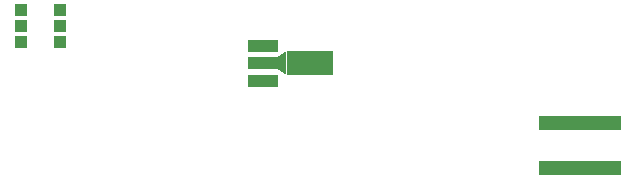
<source format=gbr>
G04 #@! TF.GenerationSoftware,KiCad,Pcbnew,6.0.0-d3dd2cf0fa~116~ubuntu20.04.1*
G04 #@! TF.CreationDate,2022-01-19T00:46:33+01:00*
G04 #@! TF.ProjectId,bobbycar,626f6262-7963-4617-922e-6b696361645f,rev?*
G04 #@! TF.SameCoordinates,Original*
G04 #@! TF.FileFunction,Paste,Top*
G04 #@! TF.FilePolarity,Positive*
%FSLAX46Y46*%
G04 Gerber Fmt 4.6, Leading zero omitted, Abs format (unit mm)*
G04 Created by KiCad (PCBNEW 6.0.0-d3dd2cf0fa~116~ubuntu20.04.1) date 2022-01-19 00:46:33*
%MOMM*%
%LPD*%
G01*
G04 APERTURE LIST*
G04 Aperture macros list*
%AMOutline4P*
0 Free polygon, 4 corners , with rotation*
0 The origin of the aperture is its center*
0 number of corners: always 4*
0 $1 to $8 corner X, Y*
0 $9 Rotation angle, in degrees counterclockwise*
0 create outline with 4 corners*
4,1,4,$1,$2,$3,$4,$5,$6,$7,$8,$1,$2,$9*%
G04 Aperture macros list end*
%ADD10R,2.500000X1.000000*%
%ADD11R,4.000000X2.000000*%
%ADD12Outline4P,-1.000000X-0.375000X1.000000X-0.375000X0.500000X0.375000X-0.500000X0.375000X90.000000*%
%ADD13R,1.000000X1.000000*%
%ADD14R,7.000000X1.270000*%
G04 APERTURE END LIST*
D10*
X130978000Y-90321000D03*
X130978000Y-91821000D03*
X130978000Y-93321000D03*
D11*
X134938000Y-91821000D03*
D12*
X132588000Y-91821000D03*
D13*
X110490000Y-88646000D03*
X110490000Y-87296000D03*
X110490000Y-89996000D03*
X113792000Y-89996000D03*
X113792000Y-87296000D03*
X113792000Y-88646000D03*
D14*
X157792800Y-96906000D03*
X157792800Y-100706000D03*
M02*

</source>
